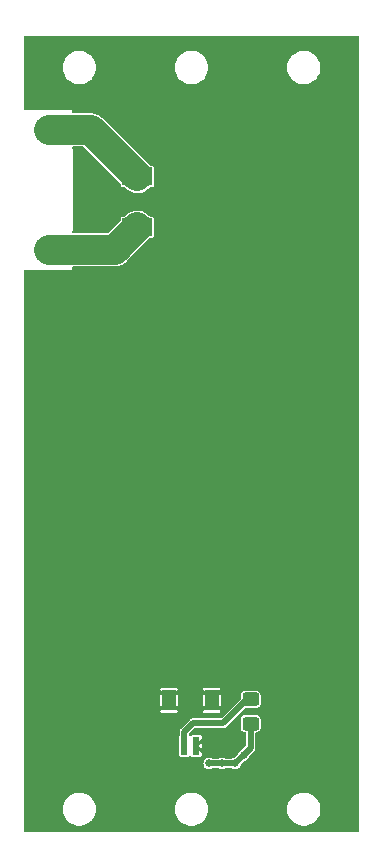
<source format=gbr>
%TF.GenerationSoftware,KiCad,Pcbnew,7.0.5*%
%TF.CreationDate,2024-01-23T00:39:16-05:00*%
%TF.ProjectId,SIDE,53494445-2e6b-4696-9361-645f70636258,rev?*%
%TF.SameCoordinates,Original*%
%TF.FileFunction,Copper,L2,Bot*%
%TF.FilePolarity,Positive*%
%FSLAX46Y46*%
G04 Gerber Fmt 4.6, Leading zero omitted, Abs format (unit mm)*
G04 Created by KiCad (PCBNEW 7.0.5) date 2024-01-23 00:39:16*
%MOMM*%
%LPD*%
G01*
G04 APERTURE LIST*
G04 Aperture macros list*
%AMRoundRect*
0 Rectangle with rounded corners*
0 $1 Rounding radius*
0 $2 $3 $4 $5 $6 $7 $8 $9 X,Y pos of 4 corners*
0 Add a 4 corners polygon primitive as box body*
4,1,4,$2,$3,$4,$5,$6,$7,$8,$9,$2,$3,0*
0 Add four circle primitives for the rounded corners*
1,1,$1+$1,$2,$3*
1,1,$1+$1,$4,$5*
1,1,$1+$1,$6,$7*
1,1,$1+$1,$8,$9*
0 Add four rect primitives between the rounded corners*
20,1,$1+$1,$2,$3,$4,$5,0*
20,1,$1+$1,$4,$5,$6,$7,0*
20,1,$1+$1,$6,$7,$8,$9,0*
20,1,$1+$1,$8,$9,$2,$3,0*%
G04 Aperture macros list end*
%TA.AperFunction,ComponentPad*%
%ADD10C,1.600000*%
%TD*%
%TA.AperFunction,ComponentPad*%
%ADD11O,1.600000X1.600000*%
%TD*%
%TA.AperFunction,SMDPad,CuDef*%
%ADD12R,0.600000X1.550000*%
%TD*%
%TA.AperFunction,SMDPad,CuDef*%
%ADD13R,1.200000X1.800000*%
%TD*%
%TA.AperFunction,SMDPad,CuDef*%
%ADD14R,2.500000X1.500000*%
%TD*%
%TA.AperFunction,SMDPad,CuDef*%
%ADD15RoundRect,0.250000X-0.450000X0.325000X-0.450000X-0.325000X0.450000X-0.325000X0.450000X0.325000X0*%
%TD*%
%TA.AperFunction,ViaPad*%
%ADD16C,0.660400*%
%TD*%
%TA.AperFunction,Conductor*%
%ADD17C,0.508000*%
%TD*%
%TA.AperFunction,Conductor*%
%ADD18C,2.500000*%
%TD*%
G04 APERTURE END LIST*
D10*
%TO.P,R6,1*%
%TO.N,/BR+*%
X172320000Y-83930000D03*
D11*
%TO.P,R6,2*%
%TO.N,/BR-*%
X172320000Y-73770000D03*
%TD*%
D12*
%TO.P,J3,1,1*%
%TO.N,/SC*%
X183820000Y-125943022D03*
%TO.P,J3,2,2*%
%TO.N,GND*%
X184820000Y-125943022D03*
D13*
%TO.P,J3,3,3*%
X182520000Y-122068022D03*
%TO.P,J3,4,4*%
X186120000Y-122068022D03*
%TD*%
D14*
%TO.P,J2,1*%
%TO.N,/BR-*%
X179820000Y-77718022D03*
%TD*%
D15*
%TO.P,D1,1,K*%
%TO.N,/SC*%
X189420000Y-121993022D03*
%TO.P,D1,2,A*%
%TO.N,Net-(D1-A)*%
X189420000Y-124043022D03*
%TD*%
D14*
%TO.P,J1,1*%
%TO.N,/BR+*%
X179820000Y-82018022D03*
%TD*%
D16*
%TO.N,GND*%
X194720000Y-112718022D03*
X184720000Y-120218022D03*
X179720000Y-95218022D03*
X179720000Y-102718022D03*
X184720000Y-107718022D03*
X189720000Y-97718022D03*
X192220000Y-107718022D03*
X177220000Y-107718022D03*
X179720000Y-100218022D03*
X182220000Y-117718022D03*
X194720000Y-120218022D03*
X192220000Y-120218022D03*
X179720000Y-110218022D03*
X182220000Y-71218022D03*
X177220000Y-100218022D03*
X179720000Y-115218022D03*
X187220000Y-115218022D03*
X182220000Y-110218022D03*
X189720000Y-92718022D03*
X177220000Y-115218022D03*
X179220000Y-71218022D03*
X182220000Y-102718022D03*
X189720000Y-107718022D03*
X177220000Y-122718022D03*
X182220000Y-120218022D03*
X177220000Y-105218022D03*
X184720000Y-102718022D03*
X189720000Y-115218022D03*
X192220000Y-115218022D03*
X177220000Y-117718022D03*
X177220000Y-120218022D03*
X187220000Y-120218022D03*
X191220000Y-71218022D03*
X192220000Y-122718022D03*
X187220000Y-112718022D03*
X189720000Y-117718022D03*
X189720000Y-112718022D03*
X177220000Y-95218022D03*
X182220000Y-97718022D03*
X194720000Y-107718022D03*
X194220000Y-71218022D03*
X194720000Y-92718022D03*
X184720000Y-112718022D03*
X192220000Y-100218022D03*
X184720000Y-105218022D03*
X192220000Y-110218022D03*
X182220000Y-92718022D03*
X179720000Y-112718022D03*
X179720000Y-120218022D03*
X192220000Y-95218022D03*
X194720000Y-122718022D03*
X189720000Y-105218022D03*
X187220000Y-95218022D03*
X182220000Y-115218022D03*
X194720000Y-102718022D03*
X187220000Y-92718022D03*
X182220000Y-107718022D03*
X179720000Y-117718022D03*
X192220000Y-117718022D03*
X187220000Y-97718022D03*
X192220000Y-112718022D03*
X187220000Y-105218022D03*
X189720000Y-102718022D03*
X192220000Y-97718022D03*
X184720000Y-110218022D03*
X188220000Y-71218022D03*
X189720000Y-120218022D03*
X179720000Y-92718022D03*
X187220000Y-110218022D03*
X184720000Y-117718022D03*
X194720000Y-105218022D03*
X189720000Y-100218022D03*
X194720000Y-100218022D03*
X182220000Y-112718022D03*
X179720000Y-97718022D03*
X177220000Y-97718022D03*
X182220000Y-100218022D03*
X192220000Y-102718022D03*
X187220000Y-107718022D03*
X177220000Y-112718022D03*
X187220000Y-100218022D03*
X194720000Y-115218022D03*
X184720000Y-92718022D03*
X177220000Y-102718022D03*
X189720000Y-110218022D03*
X179720000Y-122718022D03*
X187220000Y-102718022D03*
X184720000Y-95218022D03*
X187220000Y-117718022D03*
X192220000Y-105218022D03*
X192220000Y-92718022D03*
X179720000Y-105218022D03*
X194720000Y-110218022D03*
X182220000Y-95218022D03*
X189720000Y-95218022D03*
X177220000Y-92718022D03*
X179720000Y-107718022D03*
X194720000Y-117718022D03*
X184720000Y-97718022D03*
X177220000Y-110218022D03*
X184720000Y-115218022D03*
X185220000Y-71218022D03*
X184720000Y-100218022D03*
X182220000Y-105218022D03*
X194720000Y-95218022D03*
X194720000Y-97718022D03*
%TO.N,Net-(D1-A)*%
X188820000Y-126718022D03*
X188120000Y-127418022D03*
X187020000Y-127418022D03*
X185920000Y-127418022D03*
%TD*%
D17*
%TO.N,/SC*%
X189420000Y-121993022D02*
X189145000Y-121993022D01*
X184520000Y-124018022D02*
X183820000Y-124718022D01*
X187120000Y-124018022D02*
X184520000Y-124018022D01*
X183820000Y-125943022D02*
X183820000Y-124718022D01*
X189145000Y-121993022D02*
X187120000Y-124018022D01*
%TO.N,Net-(D1-A)*%
X188820000Y-126718022D02*
X188120000Y-127418022D01*
X189420000Y-124043022D02*
X189420000Y-126118022D01*
X187020000Y-127418022D02*
X188120000Y-127418022D01*
X189420000Y-126118022D02*
X188820000Y-126718022D01*
X185920000Y-127418022D02*
X187020000Y-127418022D01*
D18*
%TO.N,/BR+*%
X172320000Y-83930000D02*
X177908022Y-83930000D01*
X177908022Y-83930000D02*
X179820000Y-82018022D01*
%TO.N,/BR-*%
X175871978Y-73770000D02*
X179820000Y-77718022D01*
X172320000Y-73770000D02*
X175871978Y-73770000D01*
%TD*%
%TA.AperFunction,Conductor*%
%TO.N,GND*%
G36*
X198585569Y-65817401D02*
G01*
X198613461Y-65865711D01*
X198614700Y-65879872D01*
X198614700Y-133106172D01*
X198595621Y-133158591D01*
X198547311Y-133186483D01*
X198533150Y-133187722D01*
X170306850Y-133187722D01*
X170254431Y-133168643D01*
X170226539Y-133120333D01*
X170225300Y-133106172D01*
X170225300Y-131293028D01*
X173509884Y-131293028D01*
X173529115Y-131525116D01*
X173586287Y-131750882D01*
X173586289Y-131750888D01*
X173679840Y-131964163D01*
X173807224Y-132159139D01*
X173964949Y-132330473D01*
X173964954Y-132330478D01*
X174148740Y-132473524D01*
X174148742Y-132473525D01*
X174148746Y-132473528D01*
X174353559Y-132584367D01*
X174353563Y-132584369D01*
X174353570Y-132584371D01*
X174353569Y-132584371D01*
X174573833Y-132659988D01*
X174573835Y-132659988D01*
X174573837Y-132659989D01*
X174803554Y-132698322D01*
X174803559Y-132698322D01*
X175036441Y-132698322D01*
X175036446Y-132698322D01*
X175266163Y-132659989D01*
X175486437Y-132584369D01*
X175691260Y-132473524D01*
X175875046Y-132330478D01*
X175959475Y-132238763D01*
X176032775Y-132159139D01*
X176032776Y-132159137D01*
X176032780Y-132159133D01*
X176160160Y-131964163D01*
X176253712Y-131750886D01*
X176310884Y-131525119D01*
X176330116Y-131293028D01*
X183009884Y-131293028D01*
X183029115Y-131525116D01*
X183086287Y-131750882D01*
X183086289Y-131750888D01*
X183179840Y-131964163D01*
X183307224Y-132159139D01*
X183464949Y-132330473D01*
X183464954Y-132330478D01*
X183648740Y-132473524D01*
X183648742Y-132473525D01*
X183648746Y-132473528D01*
X183853559Y-132584367D01*
X183853563Y-132584369D01*
X183853570Y-132584371D01*
X183853569Y-132584371D01*
X184073833Y-132659988D01*
X184073835Y-132659988D01*
X184073837Y-132659989D01*
X184303554Y-132698322D01*
X184303559Y-132698322D01*
X184536441Y-132698322D01*
X184536446Y-132698322D01*
X184766163Y-132659989D01*
X184986437Y-132584369D01*
X185191260Y-132473524D01*
X185375046Y-132330478D01*
X185459475Y-132238763D01*
X185532775Y-132159139D01*
X185532776Y-132159137D01*
X185532780Y-132159133D01*
X185660160Y-131964163D01*
X185753712Y-131750886D01*
X185810884Y-131525119D01*
X185830116Y-131293028D01*
X192509884Y-131293028D01*
X192529115Y-131525116D01*
X192586287Y-131750882D01*
X192586289Y-131750888D01*
X192679840Y-131964163D01*
X192807224Y-132159139D01*
X192964949Y-132330473D01*
X192964954Y-132330478D01*
X193148740Y-132473524D01*
X193148742Y-132473525D01*
X193148746Y-132473528D01*
X193353559Y-132584367D01*
X193353563Y-132584369D01*
X193353570Y-132584371D01*
X193353569Y-132584371D01*
X193573833Y-132659988D01*
X193573835Y-132659988D01*
X193573837Y-132659989D01*
X193803554Y-132698322D01*
X193803559Y-132698322D01*
X194036441Y-132698322D01*
X194036446Y-132698322D01*
X194266163Y-132659989D01*
X194486437Y-132584369D01*
X194691260Y-132473524D01*
X194875046Y-132330478D01*
X194959475Y-132238763D01*
X195032775Y-132159139D01*
X195032776Y-132159137D01*
X195032780Y-132159133D01*
X195160160Y-131964163D01*
X195253712Y-131750886D01*
X195310884Y-131525119D01*
X195330116Y-131293022D01*
X195330116Y-131293015D01*
X195310884Y-131060927D01*
X195310884Y-131060925D01*
X195253712Y-130835158D01*
X195160160Y-130621881D01*
X195032780Y-130426911D01*
X195032778Y-130426909D01*
X195032775Y-130426904D01*
X194875050Y-130255570D01*
X194875047Y-130255567D01*
X194875046Y-130255566D01*
X194691260Y-130112520D01*
X194691258Y-130112518D01*
X194691253Y-130112515D01*
X194486440Y-130001676D01*
X194486430Y-130001672D01*
X194266166Y-129926055D01*
X194036448Y-129887722D01*
X194036446Y-129887722D01*
X193803554Y-129887722D01*
X193803551Y-129887722D01*
X193573833Y-129926055D01*
X193353569Y-130001672D01*
X193353559Y-130001676D01*
X193148746Y-130112515D01*
X192964952Y-130255567D01*
X192964949Y-130255570D01*
X192807224Y-130426904D01*
X192679840Y-130621880D01*
X192586289Y-130835155D01*
X192586287Y-130835161D01*
X192529115Y-131060927D01*
X192509884Y-131293015D01*
X192509884Y-131293028D01*
X185830116Y-131293028D01*
X185830116Y-131293022D01*
X185830116Y-131293015D01*
X185810884Y-131060927D01*
X185810884Y-131060925D01*
X185753712Y-130835158D01*
X185660160Y-130621881D01*
X185532780Y-130426911D01*
X185532778Y-130426909D01*
X185532775Y-130426904D01*
X185375050Y-130255570D01*
X185375047Y-130255567D01*
X185375046Y-130255566D01*
X185191260Y-130112520D01*
X185191258Y-130112518D01*
X185191253Y-130112515D01*
X184986440Y-130001676D01*
X184986430Y-130001672D01*
X184766166Y-129926055D01*
X184536448Y-129887722D01*
X184536446Y-129887722D01*
X184303554Y-129887722D01*
X184303551Y-129887722D01*
X184073833Y-129926055D01*
X183853569Y-130001672D01*
X183853559Y-130001676D01*
X183648746Y-130112515D01*
X183464952Y-130255567D01*
X183464949Y-130255570D01*
X183307224Y-130426904D01*
X183179840Y-130621880D01*
X183086289Y-130835155D01*
X183086287Y-130835161D01*
X183029115Y-131060927D01*
X183009884Y-131293015D01*
X183009884Y-131293028D01*
X176330116Y-131293028D01*
X176330116Y-131293022D01*
X176330116Y-131293015D01*
X176310884Y-131060927D01*
X176310884Y-131060925D01*
X176253712Y-130835158D01*
X176160160Y-130621881D01*
X176032780Y-130426911D01*
X176032778Y-130426909D01*
X176032775Y-130426904D01*
X175875050Y-130255570D01*
X175875047Y-130255567D01*
X175875046Y-130255566D01*
X175691260Y-130112520D01*
X175691258Y-130112518D01*
X175691253Y-130112515D01*
X175486440Y-130001676D01*
X175486430Y-130001672D01*
X175266166Y-129926055D01*
X175036448Y-129887722D01*
X175036446Y-129887722D01*
X174803554Y-129887722D01*
X174803551Y-129887722D01*
X174573833Y-129926055D01*
X174353569Y-130001672D01*
X174353559Y-130001676D01*
X174148746Y-130112515D01*
X173964952Y-130255567D01*
X173964949Y-130255570D01*
X173807224Y-130426904D01*
X173679840Y-130621880D01*
X173586289Y-130835155D01*
X173586287Y-130835161D01*
X173529115Y-131060927D01*
X173509884Y-131293015D01*
X173509884Y-131293028D01*
X170225300Y-131293028D01*
X170225300Y-127418022D01*
X185431932Y-127418022D01*
X185451701Y-127555525D01*
X185451702Y-127555527D01*
X185509411Y-127681891D01*
X185600383Y-127786879D01*
X185600385Y-127786880D01*
X185717243Y-127861981D01*
X185717245Y-127861982D01*
X185717246Y-127861982D01*
X185717249Y-127861984D01*
X185850541Y-127901122D01*
X185850542Y-127901122D01*
X185989458Y-127901122D01*
X185989459Y-127901122D01*
X186122751Y-127861984D01*
X186149246Y-127844956D01*
X186160277Y-127837868D01*
X186204366Y-127824922D01*
X186735634Y-127824922D01*
X186779723Y-127837868D01*
X186805782Y-127854615D01*
X186817249Y-127861984D01*
X186950541Y-127901122D01*
X186950542Y-127901122D01*
X187089458Y-127901122D01*
X187089459Y-127901122D01*
X187222751Y-127861984D01*
X187249246Y-127844956D01*
X187260277Y-127837868D01*
X187304366Y-127824922D01*
X187835634Y-127824922D01*
X187879723Y-127837868D01*
X187905782Y-127854615D01*
X187917249Y-127861984D01*
X188050541Y-127901122D01*
X188050542Y-127901122D01*
X188189458Y-127901122D01*
X188189459Y-127901122D01*
X188322751Y-127861984D01*
X188322758Y-127861980D01*
X188360276Y-127837868D01*
X188439617Y-127786879D01*
X188530589Y-127681891D01*
X188588298Y-127555527D01*
X188589532Y-127546937D01*
X188612586Y-127500877D01*
X188907139Y-127206325D01*
X188941824Y-127185745D01*
X189022751Y-127161984D01*
X189139617Y-127086879D01*
X189230589Y-126981891D01*
X189288298Y-126855527D01*
X189289532Y-126846937D01*
X189312587Y-126800876D01*
X189730366Y-126383099D01*
X189730365Y-126383099D01*
X189753292Y-126360173D01*
X189765100Y-126336996D01*
X189771774Y-126326105D01*
X189787070Y-126305054D01*
X189795108Y-126280312D01*
X189800002Y-126268498D01*
X189811809Y-126245328D01*
X189815877Y-126219633D01*
X189818864Y-126207199D01*
X189826900Y-126182471D01*
X189826900Y-124852193D01*
X189845979Y-124799774D01*
X189894289Y-124771882D01*
X189901160Y-124771008D01*
X189901703Y-124770922D01*
X189901708Y-124770922D01*
X189996055Y-124755979D01*
X190109771Y-124698038D01*
X190200016Y-124607793D01*
X190257957Y-124494077D01*
X190272900Y-124399730D01*
X190272900Y-123686314D01*
X190257957Y-123591967D01*
X190200016Y-123478251D01*
X190109771Y-123388006D01*
X189996055Y-123330065D01*
X189996053Y-123330064D01*
X189996052Y-123330064D01*
X189923577Y-123318585D01*
X189901708Y-123315122D01*
X188938292Y-123315122D01*
X188920538Y-123317933D01*
X188843947Y-123330064D01*
X188730229Y-123388006D01*
X188639984Y-123478251D01*
X188582042Y-123591969D01*
X188567100Y-123686314D01*
X188567100Y-124399729D01*
X188582042Y-124494074D01*
X188582042Y-124494075D01*
X188582043Y-124494077D01*
X188639984Y-124607793D01*
X188730229Y-124698038D01*
X188843945Y-124755979D01*
X188938292Y-124770922D01*
X188938293Y-124770922D01*
X188941456Y-124771423D01*
X188941297Y-124772424D01*
X188988701Y-124794020D01*
X189012724Y-124844366D01*
X189013100Y-124852193D01*
X189013100Y-125915698D01*
X188994021Y-125968117D01*
X188989214Y-125973363D01*
X188732860Y-126229716D01*
X188698173Y-126250297D01*
X188617248Y-126274060D01*
X188617243Y-126274062D01*
X188500385Y-126349163D01*
X188409411Y-126454153D01*
X188409409Y-126454156D01*
X188351703Y-126580513D01*
X188351700Y-126580523D01*
X188350465Y-126589112D01*
X188327411Y-126635166D01*
X188032861Y-126929716D01*
X187998173Y-126950297D01*
X187917248Y-126974060D01*
X187917246Y-126974060D01*
X187879724Y-126998176D01*
X187835634Y-127011122D01*
X187304366Y-127011122D01*
X187260277Y-126998176D01*
X187222756Y-126974063D01*
X187222754Y-126974062D01*
X187222751Y-126974060D01*
X187089459Y-126934922D01*
X186950541Y-126934922D01*
X186817248Y-126974060D01*
X186817249Y-126974060D01*
X186817243Y-126974063D01*
X186779723Y-126998176D01*
X186735634Y-127011122D01*
X186204366Y-127011122D01*
X186160277Y-126998176D01*
X186122756Y-126974063D01*
X186122754Y-126974062D01*
X186122751Y-126974060D01*
X185989459Y-126934922D01*
X185850541Y-126934922D01*
X185766933Y-126959471D01*
X185717245Y-126974061D01*
X185717243Y-126974062D01*
X185600385Y-127049163D01*
X185509411Y-127154153D01*
X185509409Y-127154156D01*
X185451703Y-127280513D01*
X185451701Y-127280518D01*
X185431932Y-127418022D01*
X170225300Y-127418022D01*
X170225300Y-126733074D01*
X183367100Y-126733074D01*
X183367101Y-126733084D01*
X183375971Y-126777677D01*
X183375974Y-126777683D01*
X183409526Y-126827898D01*
X183409766Y-126828256D01*
X183409769Y-126828258D01*
X183460340Y-126862049D01*
X183460342Y-126862050D01*
X183504943Y-126870922D01*
X184135056Y-126870921D01*
X184135060Y-126870920D01*
X184135062Y-126870920D01*
X184145975Y-126868749D01*
X184179658Y-126862050D01*
X184230234Y-126828256D01*
X184252493Y-126794942D01*
X184297480Y-126761957D01*
X184353144Y-126765605D01*
X184388106Y-126794942D01*
X184410123Y-126827893D01*
X184410128Y-126827898D01*
X184460536Y-126861580D01*
X184504983Y-126870421D01*
X184504990Y-126870422D01*
X185135010Y-126870422D01*
X185135016Y-126870421D01*
X185179463Y-126861580D01*
X185229871Y-126827898D01*
X185229876Y-126827893D01*
X185263558Y-126777485D01*
X185272399Y-126733038D01*
X185272400Y-126733031D01*
X185272400Y-126575028D01*
X184698059Y-126000687D01*
X184674484Y-125950130D01*
X184676389Y-125943021D01*
X184999605Y-125943021D01*
X185272400Y-126215816D01*
X185272400Y-125670227D01*
X184999605Y-125943021D01*
X184676389Y-125943021D01*
X184688922Y-125896247D01*
X184698060Y-125885357D01*
X184820001Y-125763417D01*
X185272399Y-125311016D01*
X185272400Y-125311015D01*
X185272400Y-125153012D01*
X185272399Y-125153005D01*
X185263558Y-125108558D01*
X185229876Y-125058150D01*
X185229871Y-125058145D01*
X185179463Y-125024463D01*
X185135016Y-125015622D01*
X184504983Y-125015622D01*
X184460536Y-125024463D01*
X184410128Y-125058145D01*
X184410125Y-125058148D01*
X184388106Y-125091102D01*
X184343119Y-125124086D01*
X184287455Y-125120437D01*
X184252496Y-125091105D01*
X184251169Y-125089119D01*
X184240643Y-125073366D01*
X184226900Y-125028062D01*
X184226900Y-124920343D01*
X184245980Y-124867924D01*
X184250786Y-124862679D01*
X184664659Y-124448807D01*
X184715216Y-124425232D01*
X184722323Y-124424922D01*
X187184448Y-124424922D01*
X187184448Y-124424921D01*
X187197370Y-124420722D01*
X187209179Y-124416886D01*
X187221621Y-124413898D01*
X187247306Y-124409831D01*
X187270475Y-124398024D01*
X187282291Y-124393129D01*
X187307032Y-124385092D01*
X187328083Y-124369796D01*
X187338976Y-124363121D01*
X187362151Y-124351314D01*
X187453292Y-124260173D01*
X187453291Y-124260173D01*
X188398343Y-123315122D01*
X188968659Y-122744807D01*
X189019217Y-122721232D01*
X189026324Y-122720922D01*
X189901707Y-122720922D01*
X189901708Y-122720922D01*
X189996055Y-122705979D01*
X190109771Y-122648038D01*
X190200016Y-122557793D01*
X190257957Y-122444077D01*
X190272900Y-122349730D01*
X190272900Y-121636314D01*
X190257957Y-121541967D01*
X190200016Y-121428251D01*
X190109771Y-121338006D01*
X189996055Y-121280065D01*
X189996053Y-121280064D01*
X189996052Y-121280064D01*
X189923577Y-121268585D01*
X189901708Y-121265122D01*
X188938292Y-121265122D01*
X188920538Y-121267933D01*
X188843947Y-121280064D01*
X188730229Y-121338006D01*
X188639984Y-121428251D01*
X188582042Y-121541969D01*
X188567100Y-121636314D01*
X188567100Y-121961698D01*
X188548021Y-122014117D01*
X188543215Y-122019363D01*
X186975342Y-123587237D01*
X186924785Y-123610812D01*
X186917677Y-123611122D01*
X184486314Y-123611122D01*
X184486290Y-123611123D01*
X184455549Y-123611123D01*
X184430823Y-123619157D01*
X184418383Y-123622144D01*
X184392692Y-123626213D01*
X184392691Y-123626213D01*
X184369519Y-123638020D01*
X184357701Y-123642916D01*
X184332968Y-123650952D01*
X184332963Y-123650955D01*
X184311927Y-123666238D01*
X184301023Y-123672921D01*
X184277850Y-123684729D01*
X184277849Y-123684730D01*
X184254925Y-123707653D01*
X184254922Y-123707656D01*
X184254917Y-123707660D01*
X183916382Y-124046194D01*
X183577848Y-124384730D01*
X183577849Y-124384730D01*
X183486708Y-124475870D01*
X183474900Y-124499043D01*
X183468217Y-124509948D01*
X183452931Y-124530987D01*
X183452930Y-124530990D01*
X183444892Y-124555727D01*
X183439997Y-124567544D01*
X183428189Y-124590719D01*
X183424120Y-124616404D01*
X183421136Y-124628836D01*
X183413100Y-124653573D01*
X183413100Y-125028059D01*
X183399356Y-125073366D01*
X183375972Y-125108361D01*
X183367100Y-125152962D01*
X183367100Y-126733074D01*
X170225300Y-126733074D01*
X170225300Y-122997207D01*
X181770419Y-122997207D01*
X181776441Y-123027484D01*
X181776441Y-123027485D01*
X181810123Y-123077893D01*
X181810128Y-123077898D01*
X181860536Y-123111580D01*
X181904983Y-123120421D01*
X181904990Y-123120422D01*
X183135010Y-123120422D01*
X183135016Y-123120421D01*
X183179463Y-123111580D01*
X183229871Y-123077898D01*
X183229874Y-123077895D01*
X183263557Y-123027486D01*
X183269579Y-122997207D01*
X185370419Y-122997207D01*
X185376441Y-123027484D01*
X185376441Y-123027485D01*
X185410123Y-123077893D01*
X185410128Y-123077898D01*
X185460536Y-123111580D01*
X185504983Y-123120421D01*
X185504990Y-123120422D01*
X186735010Y-123120422D01*
X186735016Y-123120421D01*
X186779463Y-123111580D01*
X186829871Y-123077898D01*
X186829874Y-123077895D01*
X186863557Y-123027486D01*
X186869579Y-122997207D01*
X186119999Y-122247627D01*
X185370419Y-122997207D01*
X183269579Y-122997207D01*
X182519999Y-122247627D01*
X181770419Y-122997207D01*
X170225300Y-122997207D01*
X170225300Y-121495227D01*
X181767600Y-121495227D01*
X181767600Y-122640816D01*
X182340393Y-122068022D01*
X182699604Y-122068022D01*
X183272400Y-122640816D01*
X183272400Y-121495227D01*
X185367600Y-121495227D01*
X185367600Y-122640816D01*
X185940394Y-122068021D01*
X186299605Y-122068021D01*
X186872400Y-122640816D01*
X186872400Y-121495227D01*
X186299605Y-122068021D01*
X185940394Y-122068021D01*
X185367600Y-121495227D01*
X183272400Y-121495227D01*
X182699604Y-122068022D01*
X182340393Y-122068022D01*
X182340394Y-122068021D01*
X181767600Y-121495227D01*
X170225300Y-121495227D01*
X170225300Y-121138835D01*
X181770419Y-121138835D01*
X182519999Y-121888415D01*
X183269579Y-121138835D01*
X185370419Y-121138835D01*
X186119999Y-121888415D01*
X186869579Y-121138835D01*
X186863558Y-121108560D01*
X186863556Y-121108555D01*
X186829876Y-121058150D01*
X186829871Y-121058145D01*
X186779463Y-121024463D01*
X186735016Y-121015622D01*
X185504983Y-121015622D01*
X185460536Y-121024463D01*
X185410128Y-121058145D01*
X185410123Y-121058150D01*
X185376441Y-121108558D01*
X185370419Y-121138835D01*
X183269579Y-121138835D01*
X183263558Y-121108560D01*
X183263556Y-121108555D01*
X183229876Y-121058150D01*
X183229871Y-121058145D01*
X183179463Y-121024463D01*
X183135016Y-121015622D01*
X181904983Y-121015622D01*
X181860536Y-121024463D01*
X181810128Y-121058145D01*
X181810123Y-121058150D01*
X181776441Y-121108558D01*
X181770419Y-121138835D01*
X170225300Y-121138835D01*
X170225300Y-85681550D01*
X170244379Y-85629131D01*
X170292689Y-85601239D01*
X170306850Y-85600000D01*
X174319999Y-85600000D01*
X174320000Y-85600000D01*
X174320000Y-85414450D01*
X174339079Y-85362031D01*
X174387389Y-85334139D01*
X174401550Y-85332900D01*
X177862038Y-85332900D01*
X177864634Y-85332983D01*
X177893489Y-85334822D01*
X177937906Y-85337655D01*
X178041449Y-85326622D01*
X178042150Y-85326555D01*
X178145970Y-85317720D01*
X178154591Y-85315474D01*
X178166510Y-85313299D01*
X178175371Y-85312356D01*
X178275577Y-85283979D01*
X178276252Y-85283796D01*
X178377074Y-85257545D01*
X178385203Y-85253869D01*
X178396563Y-85249720D01*
X178405146Y-85247290D01*
X178499084Y-85202400D01*
X178499786Y-85202074D01*
X178594683Y-85159179D01*
X178602067Y-85154187D01*
X178612571Y-85148172D01*
X178620618Y-85144328D01*
X178705728Y-85084131D01*
X178706168Y-85083827D01*
X178792538Y-85025453D01*
X178798975Y-85019282D01*
X178808311Y-85011578D01*
X178815591Y-85006431D01*
X178889225Y-84932795D01*
X178889703Y-84932326D01*
X178964948Y-84860212D01*
X178970249Y-84853043D01*
X178978141Y-84843880D01*
X180854139Y-82967884D01*
X180869296Y-82949905D01*
X180917671Y-82922127D01*
X180931645Y-82920921D01*
X181085052Y-82920921D01*
X181085056Y-82920921D01*
X181085060Y-82920920D01*
X181085062Y-82920920D01*
X181095975Y-82918749D01*
X181129658Y-82912050D01*
X181180234Y-82878256D01*
X181214028Y-82827680D01*
X181222900Y-82783079D01*
X181222899Y-82033391D01*
X181222908Y-82032526D01*
X181223247Y-82016535D01*
X181225119Y-81928422D01*
X181223798Y-81919597D01*
X181222899Y-81907523D01*
X181222899Y-81252969D01*
X181222898Y-81252959D01*
X181214028Y-81208366D01*
X181214028Y-81208364D01*
X181180234Y-81157788D01*
X181180230Y-81157785D01*
X181129659Y-81123994D01*
X181085059Y-81115122D01*
X181085057Y-81115122D01*
X180935268Y-81115122D01*
X180882849Y-81096043D01*
X180870747Y-81083446D01*
X180856943Y-81065587D01*
X180721944Y-80941590D01*
X180681064Y-80904041D01*
X180480419Y-80774547D01*
X180480416Y-80774545D01*
X180260768Y-80680820D01*
X180260765Y-80680819D01*
X180260760Y-80680817D01*
X180028448Y-80625566D01*
X180028441Y-80625565D01*
X179790115Y-80610367D01*
X179790109Y-80610367D01*
X179552650Y-80635666D01*
X179322873Y-80700732D01*
X179322869Y-80700734D01*
X179107402Y-80803695D01*
X178912431Y-80941590D01*
X178762783Y-81091237D01*
X178712226Y-81114812D01*
X178705120Y-81115122D01*
X178554947Y-81115122D01*
X178554937Y-81115123D01*
X178510344Y-81123993D01*
X178510338Y-81123996D01*
X178459769Y-81157785D01*
X178459763Y-81157791D01*
X178425972Y-81208362D01*
X178417100Y-81252962D01*
X178417100Y-81403141D01*
X178398021Y-81455560D01*
X178393215Y-81460806D01*
X177350807Y-82503215D01*
X177300250Y-82526790D01*
X177293142Y-82527100D01*
X174401550Y-82527100D01*
X174349131Y-82508021D01*
X174321239Y-82459711D01*
X174320000Y-82445550D01*
X174320000Y-82427447D01*
X174332218Y-82384512D01*
X174334064Y-82381530D01*
X174334064Y-82381528D01*
X174334067Y-82381526D01*
X174335188Y-82378630D01*
X174346157Y-82358938D01*
X174348027Y-82356463D01*
X174359271Y-82316937D01*
X174360453Y-82313411D01*
X174375300Y-82275092D01*
X174375300Y-82271984D01*
X174378414Y-82249665D01*
X174379263Y-82246680D01*
X174375474Y-82205788D01*
X174375300Y-82202024D01*
X174375300Y-75571984D01*
X174378414Y-75549665D01*
X174379263Y-75546680D01*
X174375474Y-75505788D01*
X174375300Y-75502024D01*
X174375300Y-75489734D01*
X174375300Y-75489733D01*
X174373042Y-75477654D01*
X174372521Y-75473920D01*
X174368732Y-75433029D01*
X174368732Y-75433026D01*
X174367343Y-75430237D01*
X174360185Y-75408876D01*
X174359615Y-75405826D01*
X174359615Y-75405825D01*
X174337985Y-75370892D01*
X174336165Y-75367621D01*
X174328547Y-75352322D01*
X174320000Y-75315976D01*
X174320000Y-75254450D01*
X174339079Y-75202031D01*
X174387389Y-75174139D01*
X174401550Y-75172900D01*
X175257098Y-75172900D01*
X175309517Y-75191979D01*
X175314763Y-75196785D01*
X178393215Y-78275238D01*
X178416790Y-78325795D01*
X178417100Y-78332902D01*
X178417100Y-78483074D01*
X178417101Y-78483084D01*
X178425971Y-78527677D01*
X178425972Y-78527680D01*
X178459766Y-78578256D01*
X178459769Y-78578258D01*
X178510340Y-78612049D01*
X178510342Y-78612050D01*
X178554943Y-78620922D01*
X178705117Y-78620921D01*
X178757537Y-78640000D01*
X178762782Y-78644806D01*
X178870134Y-78752156D01*
X178870138Y-78752161D01*
X179006988Y-78867543D01*
X179006990Y-78867544D01*
X179006991Y-78867545D01*
X179212948Y-78988405D01*
X179212950Y-78988406D01*
X179212954Y-78988408D01*
X179436382Y-79072725D01*
X179436388Y-79072726D01*
X179436391Y-79072727D01*
X179514250Y-79087785D01*
X179670845Y-79118071D01*
X179909600Y-79123141D01*
X180145777Y-79087786D01*
X180372583Y-79013026D01*
X180583491Y-78901012D01*
X180772435Y-78754965D01*
X180772439Y-78754960D01*
X180772442Y-78754958D01*
X180871320Y-78647306D01*
X180920830Y-78621606D01*
X180931380Y-78620921D01*
X181085052Y-78620921D01*
X181085056Y-78620921D01*
X181085060Y-78620920D01*
X181085062Y-78620920D01*
X181095975Y-78618749D01*
X181129658Y-78612050D01*
X181180234Y-78578256D01*
X181214028Y-78527680D01*
X181222900Y-78483079D01*
X181222899Y-77764012D01*
X181222982Y-77761417D01*
X181224843Y-77732217D01*
X181227655Y-77688137D01*
X181223129Y-77645654D01*
X181222899Y-77641332D01*
X181222899Y-76952969D01*
X181222898Y-76952959D01*
X181214028Y-76908366D01*
X181214028Y-76908364D01*
X181180234Y-76857788D01*
X181180230Y-76857785D01*
X181129659Y-76823994D01*
X181085059Y-76815122D01*
X181085057Y-76815122D01*
X180934880Y-76815122D01*
X180882461Y-76796043D01*
X180877215Y-76791237D01*
X176896484Y-72810505D01*
X176894707Y-72808611D01*
X176846209Y-72753506D01*
X176846203Y-72753501D01*
X176846201Y-72753499D01*
X176765247Y-72688134D01*
X176764579Y-72687583D01*
X176732720Y-72660722D01*
X176684990Y-72620479D01*
X176684987Y-72620477D01*
X176677294Y-72615962D01*
X176667344Y-72609082D01*
X176660410Y-72603484D01*
X176660404Y-72603480D01*
X176569549Y-72552725D01*
X176568798Y-72552295D01*
X176479029Y-72499616D01*
X176479018Y-72499611D01*
X176470678Y-72496464D01*
X176459709Y-72491365D01*
X176451923Y-72487016D01*
X176451919Y-72487014D01*
X176451918Y-72487014D01*
X176426149Y-72477909D01*
X176353748Y-72452328D01*
X176352990Y-72452051D01*
X176255598Y-72415297D01*
X176255595Y-72415296D01*
X176246842Y-72413603D01*
X176235173Y-72410432D01*
X176226754Y-72407458D01*
X176124146Y-72389864D01*
X176123295Y-72389708D01*
X176021138Y-72369950D01*
X176021123Y-72369949D01*
X176012208Y-72369759D01*
X176000169Y-72368606D01*
X175991386Y-72367100D01*
X175991382Y-72367100D01*
X175887345Y-72367100D01*
X175886480Y-72367091D01*
X175782378Y-72364881D01*
X175782371Y-72364881D01*
X175774307Y-72366089D01*
X175773559Y-72366201D01*
X175761487Y-72367100D01*
X174401550Y-72367100D01*
X174349131Y-72348021D01*
X174321239Y-72299711D01*
X174320000Y-72285550D01*
X174320000Y-72100000D01*
X170320000Y-72100000D01*
X170306850Y-72100000D01*
X170254431Y-72080921D01*
X170226539Y-72032611D01*
X170225300Y-72018450D01*
X170225300Y-68493028D01*
X173509884Y-68493028D01*
X173529115Y-68725116D01*
X173586287Y-68950882D01*
X173586289Y-68950888D01*
X173679840Y-69164163D01*
X173807224Y-69359139D01*
X173964949Y-69530473D01*
X173964954Y-69530478D01*
X174148740Y-69673524D01*
X174148742Y-69673525D01*
X174148746Y-69673528D01*
X174353559Y-69784367D01*
X174353563Y-69784369D01*
X174353570Y-69784371D01*
X174353569Y-69784371D01*
X174573833Y-69859988D01*
X174573835Y-69859988D01*
X174573837Y-69859989D01*
X174803554Y-69898322D01*
X174803559Y-69898322D01*
X175036441Y-69898322D01*
X175036446Y-69898322D01*
X175266163Y-69859989D01*
X175486437Y-69784369D01*
X175691260Y-69673524D01*
X175875046Y-69530478D01*
X175959475Y-69438763D01*
X176032775Y-69359139D01*
X176032776Y-69359137D01*
X176032780Y-69359133D01*
X176160160Y-69164163D01*
X176253712Y-68950886D01*
X176310884Y-68725119D01*
X176330116Y-68493028D01*
X183009884Y-68493028D01*
X183029115Y-68725116D01*
X183086287Y-68950882D01*
X183086289Y-68950888D01*
X183179840Y-69164163D01*
X183307224Y-69359139D01*
X183464949Y-69530473D01*
X183464954Y-69530478D01*
X183648740Y-69673524D01*
X183648742Y-69673525D01*
X183648746Y-69673528D01*
X183853559Y-69784367D01*
X183853563Y-69784369D01*
X183853570Y-69784371D01*
X183853569Y-69784371D01*
X184073833Y-69859988D01*
X184073835Y-69859988D01*
X184073837Y-69859989D01*
X184303554Y-69898322D01*
X184303559Y-69898322D01*
X184536441Y-69898322D01*
X184536446Y-69898322D01*
X184766163Y-69859989D01*
X184986437Y-69784369D01*
X185191260Y-69673524D01*
X185375046Y-69530478D01*
X185459475Y-69438763D01*
X185532775Y-69359139D01*
X185532776Y-69359137D01*
X185532780Y-69359133D01*
X185660160Y-69164163D01*
X185753712Y-68950886D01*
X185810884Y-68725119D01*
X185830116Y-68493028D01*
X192509884Y-68493028D01*
X192529115Y-68725116D01*
X192586287Y-68950882D01*
X192586289Y-68950888D01*
X192679840Y-69164163D01*
X192807224Y-69359139D01*
X192964949Y-69530473D01*
X192964954Y-69530478D01*
X193148740Y-69673524D01*
X193148742Y-69673525D01*
X193148746Y-69673528D01*
X193353559Y-69784367D01*
X193353563Y-69784369D01*
X193353570Y-69784371D01*
X193353569Y-69784371D01*
X193573833Y-69859988D01*
X193573835Y-69859988D01*
X193573837Y-69859989D01*
X193803554Y-69898322D01*
X193803559Y-69898322D01*
X194036441Y-69898322D01*
X194036446Y-69898322D01*
X194266163Y-69859989D01*
X194486437Y-69784369D01*
X194691260Y-69673524D01*
X194875046Y-69530478D01*
X194959475Y-69438763D01*
X195032775Y-69359139D01*
X195032776Y-69359137D01*
X195032780Y-69359133D01*
X195160160Y-69164163D01*
X195253712Y-68950886D01*
X195310884Y-68725119D01*
X195330116Y-68493022D01*
X195330116Y-68493015D01*
X195310884Y-68260927D01*
X195310884Y-68260925D01*
X195253712Y-68035158D01*
X195160160Y-67821881D01*
X195032780Y-67626911D01*
X195032778Y-67626909D01*
X195032775Y-67626904D01*
X194875050Y-67455570D01*
X194875047Y-67455567D01*
X194875046Y-67455566D01*
X194691260Y-67312520D01*
X194691258Y-67312518D01*
X194691253Y-67312515D01*
X194486440Y-67201676D01*
X194486430Y-67201672D01*
X194266166Y-67126055D01*
X194036448Y-67087722D01*
X194036446Y-67087722D01*
X193803554Y-67087722D01*
X193803551Y-67087722D01*
X193573833Y-67126055D01*
X193353569Y-67201672D01*
X193353559Y-67201676D01*
X193148746Y-67312515D01*
X192964952Y-67455567D01*
X192964949Y-67455570D01*
X192807224Y-67626904D01*
X192679840Y-67821880D01*
X192586289Y-68035155D01*
X192586287Y-68035161D01*
X192529115Y-68260927D01*
X192509884Y-68493015D01*
X192509884Y-68493028D01*
X185830116Y-68493028D01*
X185830116Y-68493022D01*
X185830116Y-68493015D01*
X185810884Y-68260927D01*
X185810884Y-68260925D01*
X185753712Y-68035158D01*
X185660160Y-67821881D01*
X185532780Y-67626911D01*
X185532778Y-67626909D01*
X185532775Y-67626904D01*
X185375050Y-67455570D01*
X185375047Y-67455567D01*
X185375046Y-67455566D01*
X185191260Y-67312520D01*
X185191258Y-67312518D01*
X185191253Y-67312515D01*
X184986440Y-67201676D01*
X184986430Y-67201672D01*
X184766166Y-67126055D01*
X184536448Y-67087722D01*
X184536446Y-67087722D01*
X184303554Y-67087722D01*
X184303551Y-67087722D01*
X184073833Y-67126055D01*
X183853569Y-67201672D01*
X183853559Y-67201676D01*
X183648746Y-67312515D01*
X183464952Y-67455567D01*
X183464949Y-67455570D01*
X183307224Y-67626904D01*
X183179840Y-67821880D01*
X183086289Y-68035155D01*
X183086287Y-68035161D01*
X183029115Y-68260927D01*
X183009884Y-68493015D01*
X183009884Y-68493028D01*
X176330116Y-68493028D01*
X176330116Y-68493022D01*
X176330116Y-68493015D01*
X176310884Y-68260927D01*
X176310884Y-68260925D01*
X176253712Y-68035158D01*
X176160160Y-67821881D01*
X176032780Y-67626911D01*
X176032778Y-67626909D01*
X176032775Y-67626904D01*
X175875050Y-67455570D01*
X175875047Y-67455567D01*
X175875046Y-67455566D01*
X175691260Y-67312520D01*
X175691258Y-67312518D01*
X175691253Y-67312515D01*
X175486440Y-67201676D01*
X175486430Y-67201672D01*
X175266166Y-67126055D01*
X175036448Y-67087722D01*
X175036446Y-67087722D01*
X174803554Y-67087722D01*
X174803551Y-67087722D01*
X174573833Y-67126055D01*
X174353569Y-67201672D01*
X174353559Y-67201676D01*
X174148746Y-67312515D01*
X173964952Y-67455567D01*
X173964949Y-67455570D01*
X173807224Y-67626904D01*
X173679840Y-67821880D01*
X173586289Y-68035155D01*
X173586287Y-68035161D01*
X173529115Y-68260927D01*
X173509884Y-68493015D01*
X173509884Y-68493028D01*
X170225300Y-68493028D01*
X170225300Y-65879872D01*
X170244379Y-65827453D01*
X170292689Y-65799561D01*
X170306850Y-65798322D01*
X198533150Y-65798322D01*
X198585569Y-65817401D01*
G37*
%TD.AperFunction*%
%TD*%
M02*

</source>
